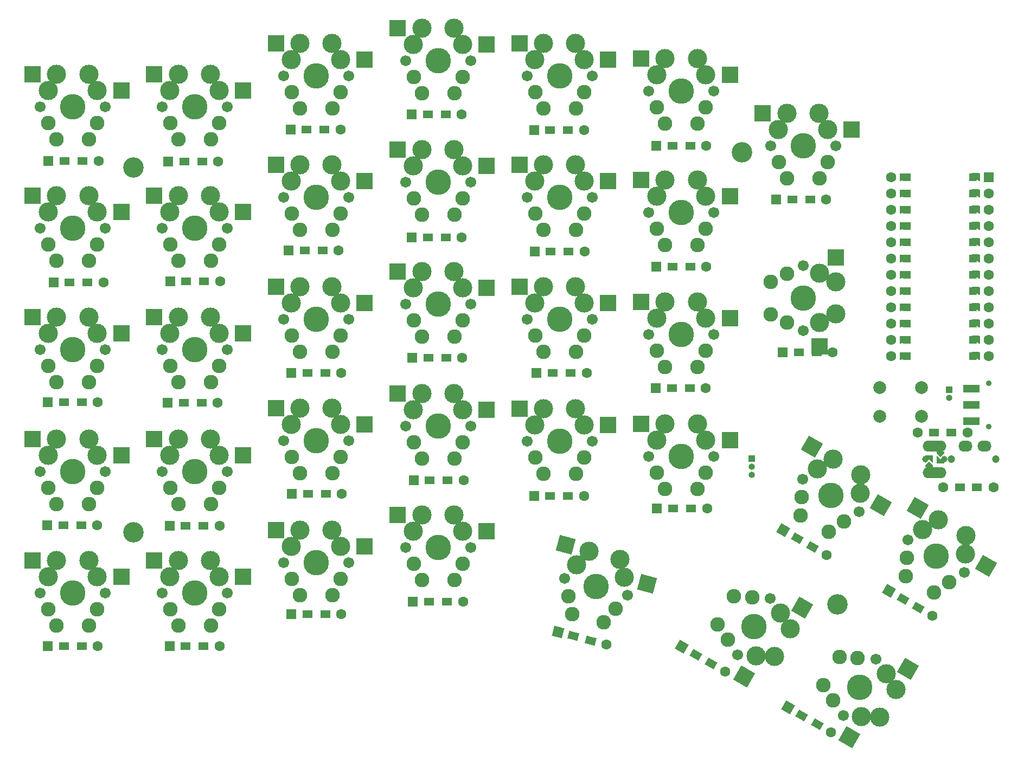
<source format=gts>
G04 #@! TF.GenerationSoftware,KiCad,Pcbnew,(6.0.11)*
G04 #@! TF.CreationDate,2023-02-13T20:58:38+01:00*
G04 #@! TF.ProjectId,retrex_rounded,6e656f64-6f78-45f7-926f-756e6465642e,1.0*
G04 #@! TF.SameCoordinates,Original*
G04 #@! TF.FileFunction,Soldermask,Top*
G04 #@! TF.FilePolarity,Negative*
%FSLAX46Y46*%
G04 Gerber Fmt 4.6, Leading zero omitted, Abs format (unit mm)*
G04 Created by KiCad (PCBNEW (6.0.11)) date 2023-02-13 20:58:38*
%MOMM*%
%LPD*%
G01*
G04 APERTURE LIST*
G04 Aperture macros list*
%AMRotRect*
0 Rectangle, with rotation*
0 The origin of the aperture is its center*
0 $1 length*
0 $2 width*
0 $3 Rotation angle, in degrees counterclockwise*
0 Add horizontal line*
21,1,$1,$2,0,0,$3*%
%AMFreePoly0*
4,1,6,0.600000,0.200000,0.000000,-0.400000,-0.600000,0.200000,-0.600000,0.400000,0.600000,0.400000,0.600000,0.200000,0.600000,0.200000,$1*%
%AMFreePoly1*
4,1,6,0.600000,-0.250000,-0.600000,-0.250000,-0.600000,1.000000,0.000000,0.400000,0.600000,1.000000,0.600000,-0.250000,0.600000,-0.250000,$1*%
%AMFreePoly2*
4,1,6,0.600000,0.200000,0.000000,-0.400000,-0.600000,0.200000,-0.600000,0.500000,0.600000,0.500000,0.600000,0.200000,0.600000,0.200000,$1*%
G04 Aperture macros list end*
%ADD10C,0.100000*%
%ADD11C,3.000000*%
%ADD12C,3.987800*%
%ADD13C,1.701800*%
%ADD14C,2.286000*%
%ADD15RotRect,2.550000X2.500000X330.000000*%
%ADD16R,2.550000X2.500000*%
%ADD17R,1.600000X1.200000*%
%ADD18R,1.600000X1.600000*%
%ADD19C,1.600000*%
%ADD20RotRect,1.600000X1.600000X150.000000*%
%ADD21RotRect,1.600000X1.200000X150.000000*%
%ADD22FreePoly0,270.000000*%
%ADD23FreePoly0,90.000000*%
%ADD24FreePoly1,90.000000*%
%ADD25FreePoly1,270.000000*%
%ADD26C,0.900000*%
%ADD27R,2.500000X1.250000*%
%ADD28R,2.500000X2.550000*%
%ADD29R,1.000000X1.000000*%
%ADD30O,1.000000X1.000000*%
%ADD31RotRect,2.550000X2.500000X240.000000*%
%ADD32RotRect,2.550000X2.500000X345.000000*%
%ADD33C,2.000000*%
%ADD34C,3.200000*%
%ADD35R,1.500000X1.200000*%
%ADD36C,1.200000*%
%ADD37FreePoly2,0.000000*%
%ADD38O,3.700000X1.700000*%
%ADD39FreePoly2,180.000000*%
%ADD40FreePoly1,0.000000*%
%ADD41C,1.000000*%
%ADD42O,2.200000X1.700000*%
%ADD43FreePoly1,180.000000*%
%ADD44RotRect,1.600000X1.600000X165.000000*%
%ADD45RotRect,1.600000X1.200000X165.000000*%
G04 APERTURE END LIST*
G36*
X197594500Y-76377500D02*
G01*
X196578500Y-76377500D01*
X196578500Y-75361500D01*
X197594500Y-75361500D01*
X197594500Y-76377500D01*
G37*
D10*
X197594500Y-76377500D02*
X196578500Y-76377500D01*
X196578500Y-75361500D01*
X197594500Y-75361500D01*
X197594500Y-76377500D01*
G36*
X197594500Y-78917500D02*
G01*
X196578500Y-78917500D01*
X196578500Y-77901500D01*
X197594500Y-77901500D01*
X197594500Y-78917500D01*
G37*
X197594500Y-78917500D02*
X196578500Y-78917500D01*
X196578500Y-77901500D01*
X197594500Y-77901500D01*
X197594500Y-78917500D01*
G36*
X197594500Y-71297500D02*
G01*
X196578500Y-71297500D01*
X196578500Y-70281500D01*
X197594500Y-70281500D01*
X197594500Y-71297500D01*
G37*
X197594500Y-71297500D02*
X196578500Y-71297500D01*
X196578500Y-70281500D01*
X197594500Y-70281500D01*
X197594500Y-71297500D01*
G36*
X197594500Y-61137500D02*
G01*
X196578500Y-61137500D01*
X196578500Y-60121500D01*
X197594500Y-60121500D01*
X197594500Y-61137500D01*
G37*
X197594500Y-61137500D02*
X196578500Y-61137500D01*
X196578500Y-60121500D01*
X197594500Y-60121500D01*
X197594500Y-61137500D01*
G36*
X186494500Y-58677500D02*
G01*
X185478500Y-58677500D01*
X185478500Y-57661500D01*
X186494500Y-57661500D01*
X186494500Y-58677500D01*
G37*
X186494500Y-58677500D02*
X185478500Y-58677500D01*
X185478500Y-57661500D01*
X186494500Y-57661500D01*
X186494500Y-58677500D01*
G36*
X186494500Y-78997500D02*
G01*
X185478500Y-78997500D01*
X185478500Y-77981500D01*
X186494500Y-77981500D01*
X186494500Y-78997500D01*
G37*
X186494500Y-78997500D02*
X185478500Y-78997500D01*
X185478500Y-77981500D01*
X186494500Y-77981500D01*
X186494500Y-78997500D01*
G36*
X197594500Y-81457500D02*
G01*
X196578500Y-81457500D01*
X196578500Y-80441500D01*
X197594500Y-80441500D01*
X197594500Y-81457500D01*
G37*
X197594500Y-81457500D02*
X196578500Y-81457500D01*
X196578500Y-80441500D01*
X197594500Y-80441500D01*
X197594500Y-81457500D01*
G36*
X186494500Y-76457500D02*
G01*
X185478500Y-76457500D01*
X185478500Y-75441500D01*
X186494500Y-75441500D01*
X186494500Y-76457500D01*
G37*
X186494500Y-76457500D02*
X185478500Y-76457500D01*
X185478500Y-75441500D01*
X186494500Y-75441500D01*
X186494500Y-76457500D01*
G36*
X186494500Y-66297500D02*
G01*
X185478500Y-66297500D01*
X185478500Y-65281500D01*
X186494500Y-65281500D01*
X186494500Y-66297500D01*
G37*
X186494500Y-66297500D02*
X185478500Y-66297500D01*
X185478500Y-65281500D01*
X186494500Y-65281500D01*
X186494500Y-66297500D01*
G36*
X186494500Y-63757500D02*
G01*
X185478500Y-63757500D01*
X185478500Y-62741500D01*
X186494500Y-62741500D01*
X186494500Y-63757500D01*
G37*
X186494500Y-63757500D02*
X185478500Y-63757500D01*
X185478500Y-62741500D01*
X186494500Y-62741500D01*
X186494500Y-63757500D01*
G36*
X197594500Y-66217500D02*
G01*
X196578500Y-66217500D01*
X196578500Y-65201500D01*
X197594500Y-65201500D01*
X197594500Y-66217500D01*
G37*
X197594500Y-66217500D02*
X196578500Y-66217500D01*
X196578500Y-65201500D01*
X197594500Y-65201500D01*
X197594500Y-66217500D01*
G36*
X197594500Y-58597500D02*
G01*
X196578500Y-58597500D01*
X196578500Y-57581500D01*
X197594500Y-57581500D01*
X197594500Y-58597500D01*
G37*
X197594500Y-58597500D02*
X196578500Y-58597500D01*
X196578500Y-57581500D01*
X197594500Y-57581500D01*
X197594500Y-58597500D01*
G36*
X186494500Y-61217500D02*
G01*
X185478500Y-61217500D01*
X185478500Y-60201500D01*
X186494500Y-60201500D01*
X186494500Y-61217500D01*
G37*
X186494500Y-61217500D02*
X185478500Y-61217500D01*
X185478500Y-60201500D01*
X186494500Y-60201500D01*
X186494500Y-61217500D01*
G36*
X186494500Y-56137500D02*
G01*
X185478500Y-56137500D01*
X185478500Y-55121500D01*
X186494500Y-55121500D01*
X186494500Y-56137500D01*
G37*
X186494500Y-56137500D02*
X185478500Y-56137500D01*
X185478500Y-55121500D01*
X186494500Y-55121500D01*
X186494500Y-56137500D01*
G36*
X197594500Y-56057500D02*
G01*
X196578500Y-56057500D01*
X196578500Y-55041500D01*
X197594500Y-55041500D01*
X197594500Y-56057500D01*
G37*
X197594500Y-56057500D02*
X196578500Y-56057500D01*
X196578500Y-55041500D01*
X197594500Y-55041500D01*
X197594500Y-56057500D01*
G36*
X197594500Y-73837500D02*
G01*
X196578500Y-73837500D01*
X196578500Y-72821500D01*
X197594500Y-72821500D01*
X197594500Y-73837500D01*
G37*
X197594500Y-73837500D02*
X196578500Y-73837500D01*
X196578500Y-72821500D01*
X197594500Y-72821500D01*
X197594500Y-73837500D01*
G36*
X186494500Y-71377500D02*
G01*
X185478500Y-71377500D01*
X185478500Y-70361500D01*
X186494500Y-70361500D01*
X186494500Y-71377500D01*
G37*
X186494500Y-71377500D02*
X185478500Y-71377500D01*
X185478500Y-70361500D01*
X186494500Y-70361500D01*
X186494500Y-71377500D01*
G36*
X186494500Y-53597500D02*
G01*
X185478500Y-53597500D01*
X185478500Y-52581500D01*
X186494500Y-52581500D01*
X186494500Y-53597500D01*
G37*
X186494500Y-53597500D02*
X185478500Y-53597500D01*
X185478500Y-52581500D01*
X186494500Y-52581500D01*
X186494500Y-53597500D01*
G36*
X186494500Y-68837500D02*
G01*
X185478500Y-68837500D01*
X185478500Y-67821500D01*
X186494500Y-67821500D01*
X186494500Y-68837500D01*
G37*
X186494500Y-68837500D02*
X185478500Y-68837500D01*
X185478500Y-67821500D01*
X186494500Y-67821500D01*
X186494500Y-68837500D01*
G36*
X186494500Y-81537500D02*
G01*
X185478500Y-81537500D01*
X185478500Y-80521500D01*
X186494500Y-80521500D01*
X186494500Y-81537500D01*
G37*
X186494500Y-81537500D02*
X185478500Y-81537500D01*
X185478500Y-80521500D01*
X186494500Y-80521500D01*
X186494500Y-81537500D01*
G36*
X197594500Y-68757500D02*
G01*
X196578500Y-68757500D01*
X196578500Y-67741500D01*
X197594500Y-67741500D01*
X197594500Y-68757500D01*
G37*
X197594500Y-68757500D02*
X196578500Y-68757500D01*
X196578500Y-67741500D01*
X197594500Y-67741500D01*
X197594500Y-68757500D01*
G36*
X197594500Y-63677500D02*
G01*
X196578500Y-63677500D01*
X196578500Y-62661500D01*
X197594500Y-62661500D01*
X197594500Y-63677500D01*
G37*
X197594500Y-63677500D02*
X196578500Y-63677500D01*
X196578500Y-62661500D01*
X197594500Y-62661500D01*
X197594500Y-63677500D01*
G36*
X197594500Y-53517500D02*
G01*
X196578500Y-53517500D01*
X196578500Y-52501500D01*
X197594500Y-52501500D01*
X197594500Y-53517500D01*
G37*
X197594500Y-53517500D02*
X196578500Y-53517500D01*
X196578500Y-52501500D01*
X197594500Y-52501500D01*
X197594500Y-53517500D01*
G36*
X186494500Y-73917500D02*
G01*
X185478500Y-73917500D01*
X185478500Y-72901500D01*
X186494500Y-72901500D01*
X186494500Y-73917500D01*
G37*
X186494500Y-73917500D02*
X185478500Y-73917500D01*
X185478500Y-72901500D01*
X186494500Y-72901500D01*
X186494500Y-73917500D01*
D11*
X172418482Y-98665295D03*
D12*
X174500000Y-102800000D03*
D13*
X170100591Y-100260000D03*
D11*
X179069557Y-102505295D03*
D13*
X178899409Y-105340000D03*
D11*
X174840295Y-97130591D03*
X179187743Y-99640591D03*
D14*
X169930443Y-103094705D03*
D15*
X171592700Y-95255591D03*
D14*
X169760295Y-105929409D03*
X176529557Y-106904705D03*
X174159705Y-108469409D03*
D15*
X182317152Y-104380295D03*
D13*
X108120000Y-53920000D03*
D12*
X113200000Y-53920000D03*
D11*
X115680000Y-48840000D03*
D13*
X118280000Y-53920000D03*
D11*
X117010000Y-51380000D03*
X109330000Y-51380000D03*
X110660000Y-48840000D03*
D14*
X109390000Y-56460000D03*
X110660000Y-59000000D03*
D16*
X106910000Y-48840000D03*
D14*
X115740000Y-59000000D03*
X117010000Y-56460000D03*
D16*
X120760000Y-51380000D03*
D17*
X130800000Y-64700000D03*
D18*
X128300000Y-64700000D03*
D17*
X133600000Y-64700000D03*
D19*
X136100000Y-64700000D03*
D20*
X167110101Y-108250000D03*
D21*
X169275164Y-109500000D03*
D19*
X173865099Y-112150000D03*
D21*
X171700036Y-110900000D03*
D20*
X167822501Y-135950000D03*
D21*
X169987564Y-137200000D03*
X172412436Y-138600000D03*
D19*
X174577499Y-139850000D03*
D17*
X111700000Y-81300000D03*
D18*
X109200000Y-81300000D03*
D17*
X114500000Y-81300000D03*
D19*
X117000000Y-81300000D03*
X183932500Y-58197500D03*
D22*
X197394500Y-65817500D03*
D19*
X183932500Y-60737500D03*
X183932500Y-78517500D03*
D23*
X185710500Y-73437500D03*
D19*
X183932500Y-73437500D03*
X183932500Y-65817500D03*
X183932500Y-63277500D03*
X183932500Y-55657500D03*
X183932500Y-75977500D03*
D22*
X197394500Y-53117500D03*
D23*
X185710500Y-70897500D03*
D22*
X197394500Y-63277500D03*
D19*
X183932500Y-81057500D03*
X199172500Y-58197500D03*
D23*
X185710500Y-63277500D03*
D22*
X197394500Y-55657500D03*
D19*
X199172500Y-81057500D03*
X199172500Y-68357500D03*
D23*
X185710500Y-55657500D03*
D22*
X197394500Y-73437500D03*
D23*
X185710500Y-53117500D03*
D19*
X199172500Y-75977500D03*
D23*
X185710500Y-60737500D03*
X185710500Y-81057500D03*
D19*
X183932500Y-68357500D03*
D23*
X185710500Y-58197500D03*
X185710500Y-78517500D03*
D19*
X199172500Y-73437500D03*
D22*
X197394500Y-75977500D03*
D23*
X185710500Y-75977500D03*
D19*
X199172500Y-65817500D03*
X183932500Y-70897500D03*
X183932500Y-53117500D03*
X199172500Y-70897500D03*
D22*
X197394500Y-68357500D03*
X197394500Y-60737500D03*
X197394500Y-78517500D03*
X197394500Y-58197500D03*
D19*
X199172500Y-63277500D03*
D23*
X185710500Y-65817500D03*
D18*
X199172500Y-53117500D03*
D19*
X199172500Y-60737500D03*
D22*
X197394500Y-70897500D03*
D19*
X199172500Y-78517500D03*
X199172500Y-55657500D03*
D22*
X197394500Y-81057500D03*
D23*
X185710500Y-68357500D03*
D19*
X199172500Y-53117500D03*
D24*
X186726500Y-53117500D03*
X186726500Y-55657500D03*
X186726500Y-58197500D03*
X186726500Y-60737500D03*
X186726500Y-63277500D03*
X186726500Y-65817500D03*
X186726500Y-68357500D03*
X186726500Y-70897500D03*
X186726500Y-73437500D03*
X186726500Y-75977500D03*
X186726500Y-78517500D03*
X186726500Y-81057500D03*
D25*
X196378500Y-81057500D03*
X196378500Y-78517500D03*
X196378500Y-75977500D03*
X196378500Y-73437500D03*
X196378500Y-70897500D03*
X196378500Y-68357500D03*
X196378500Y-65817500D03*
X196378500Y-63277500D03*
X196378500Y-60737500D03*
X196378500Y-58197500D03*
X196378500Y-55657500D03*
X196378500Y-53117500D03*
D17*
X111600000Y-43300000D03*
D18*
X109100000Y-43300000D03*
D19*
X116900000Y-43300000D03*
D17*
X114400000Y-43300000D03*
D11*
X90330000Y-91760000D03*
D12*
X94200000Y-94300000D03*
D13*
X99280000Y-94300000D03*
D11*
X98010000Y-91760000D03*
X91660000Y-89220000D03*
X96680000Y-89220000D03*
D13*
X89120000Y-94300000D03*
D14*
X91660000Y-99380000D03*
X90390000Y-96840000D03*
D16*
X87910000Y-89220000D03*
X101760000Y-91760000D03*
D14*
X96740000Y-99380000D03*
X98010000Y-96840000D03*
D11*
X72660000Y-56020000D03*
X79010000Y-58560000D03*
D12*
X75200000Y-61100000D03*
D13*
X70120000Y-61100000D03*
X80280000Y-61100000D03*
D11*
X77680000Y-56020000D03*
X71330000Y-58560000D03*
D14*
X71390000Y-63640000D03*
X72660000Y-66180000D03*
D16*
X68910000Y-56020000D03*
D14*
X77740000Y-66180000D03*
D16*
X82760000Y-58560000D03*
D14*
X79010000Y-63640000D03*
D18*
X128200000Y-102900000D03*
D17*
X130700000Y-102900000D03*
X133500000Y-102900000D03*
D19*
X136000000Y-102900000D03*
D18*
X52300000Y-88300000D03*
D17*
X54800000Y-88300000D03*
X57600000Y-88300000D03*
D19*
X60100000Y-88300000D03*
D12*
X132200000Y-75300000D03*
D11*
X134680000Y-70220000D03*
X129660000Y-70220000D03*
D13*
X127120000Y-75300000D03*
X137280000Y-75300000D03*
D11*
X128330000Y-72760000D03*
X136010000Y-72760000D03*
D14*
X128390000Y-77840000D03*
X129660000Y-80380000D03*
D16*
X125910000Y-70220000D03*
D14*
X136010000Y-77840000D03*
X134740000Y-80380000D03*
D16*
X139760000Y-72760000D03*
D26*
X199200000Y-85300000D03*
X199200000Y-92100000D03*
D27*
X196450000Y-91200000D03*
X196450000Y-88700000D03*
X196450000Y-86200000D03*
D13*
X170200000Y-77080000D03*
X170200000Y-66920000D03*
D11*
X175280000Y-69460000D03*
D12*
X170200000Y-72000000D03*
D11*
X172740000Y-75810000D03*
X172740000Y-68130000D03*
X175280000Y-74480000D03*
D28*
X175280000Y-65710000D03*
D14*
X165120000Y-69460000D03*
X167660000Y-68190000D03*
D28*
X172740000Y-79560000D03*
D14*
X167660000Y-75810000D03*
X165120000Y-74540000D03*
D11*
X191294795Y-106630591D03*
D13*
X186555091Y-109760000D03*
X195353909Y-114840000D03*
D11*
X188872982Y-108165295D03*
D12*
X190954500Y-112300000D03*
D11*
X195642243Y-109140591D03*
X195524057Y-112005295D03*
D15*
X188047200Y-104755591D03*
D14*
X186384943Y-112594705D03*
X186214795Y-115429409D03*
D15*
X198771652Y-113880295D03*
D14*
X192984057Y-116404705D03*
X190614205Y-117969409D03*
D17*
X149900000Y-104900000D03*
D18*
X147400000Y-104900000D03*
D17*
X152700000Y-104900000D03*
D19*
X155200000Y-104900000D03*
D11*
X148660000Y-91620000D03*
X147330000Y-94160000D03*
D13*
X156280000Y-96700000D03*
X146120000Y-96700000D03*
D11*
X153680000Y-91620000D03*
D12*
X151200000Y-96700000D03*
D11*
X155010000Y-94160000D03*
D16*
X144910000Y-91620000D03*
D14*
X147390000Y-99240000D03*
X148660000Y-101780000D03*
X153740000Y-101780000D03*
X155010000Y-99240000D03*
D16*
X158760000Y-94160000D03*
D17*
X73500000Y-88400000D03*
D18*
X71000000Y-88400000D03*
D17*
X76300000Y-88400000D03*
D19*
X78800000Y-88400000D03*
D17*
X73792900Y-126400000D03*
D18*
X71292900Y-126400000D03*
D17*
X76592900Y-126400000D03*
D19*
X79092900Y-126400000D03*
D21*
X153430164Y-127700000D03*
D20*
X151265101Y-126450000D03*
D21*
X155855036Y-129100000D03*
D19*
X158020099Y-130350000D03*
D11*
X60010000Y-39560000D03*
D12*
X56200000Y-42100000D03*
D11*
X58680000Y-37020000D03*
X52330000Y-39560000D03*
X53660000Y-37020000D03*
D13*
X61280000Y-42100000D03*
X51120000Y-42100000D03*
D14*
X52390000Y-44640000D03*
X53660000Y-47180000D03*
D16*
X49910000Y-37020000D03*
X63760000Y-39560000D03*
D14*
X60010000Y-44640000D03*
X58740000Y-47180000D03*
D12*
X132200000Y-56280000D03*
D11*
X134680000Y-51200000D03*
D13*
X137280000Y-56280000D03*
X127120000Y-56280000D03*
D11*
X129660000Y-51200000D03*
X128330000Y-53740000D03*
X136010000Y-53740000D03*
D14*
X128390000Y-58820000D03*
D16*
X125910000Y-51200000D03*
D14*
X129660000Y-61360000D03*
X134740000Y-61360000D03*
D16*
X139760000Y-53740000D03*
D14*
X136010000Y-58820000D03*
D18*
X109100000Y-62500000D03*
D17*
X111600000Y-62500000D03*
X114400000Y-62500000D03*
D19*
X116900000Y-62500000D03*
D17*
X73600000Y-50700000D03*
D18*
X71100000Y-50700000D03*
D19*
X78900000Y-50700000D03*
D17*
X76400000Y-50700000D03*
D11*
X172680000Y-43120000D03*
D13*
X165120000Y-48200000D03*
D11*
X167660000Y-43120000D03*
X166330000Y-45660000D03*
D12*
X170200000Y-48200000D03*
D11*
X174010000Y-45660000D03*
D13*
X175280000Y-48200000D03*
D14*
X167660000Y-53280000D03*
X166390000Y-50740000D03*
D16*
X163910000Y-43120000D03*
D14*
X172740000Y-53280000D03*
D16*
X177760000Y-45660000D03*
D14*
X174010000Y-50740000D03*
D12*
X56200000Y-80100000D03*
D13*
X61280000Y-80100000D03*
D11*
X53660000Y-75020000D03*
X60010000Y-77560000D03*
X52330000Y-77560000D03*
X58680000Y-75020000D03*
D13*
X51120000Y-80100000D03*
D16*
X49910000Y-75020000D03*
D14*
X52390000Y-82640000D03*
X53660000Y-85180000D03*
X60010000Y-82640000D03*
X58740000Y-85180000D03*
D16*
X63760000Y-77560000D03*
D18*
X167000000Y-80500000D03*
D17*
X169500000Y-80500000D03*
D19*
X174800000Y-80500000D03*
D17*
X172300000Y-80500000D03*
X73800000Y-107600000D03*
D18*
X71300000Y-107600000D03*
D17*
X76600000Y-107600000D03*
D19*
X79100000Y-107600000D03*
D29*
X193000000Y-86350000D03*
D30*
X193000000Y-87620000D03*
D11*
X134680000Y-89300000D03*
X128330000Y-91840000D03*
D13*
X127120000Y-94380000D03*
D12*
X132200000Y-94380000D03*
D13*
X137280000Y-94380000D03*
D11*
X136010000Y-91840000D03*
X129660000Y-89300000D03*
D16*
X125910000Y-89300000D03*
D14*
X128390000Y-96920000D03*
X129660000Y-99460000D03*
X136010000Y-96920000D03*
D16*
X139760000Y-91840000D03*
D14*
X134740000Y-99460000D03*
D11*
X166671605Y-121213482D03*
X168206309Y-123635295D03*
D13*
X159996900Y-127694409D03*
D11*
X162831605Y-127864557D03*
D13*
X165076900Y-118895591D03*
D11*
X165696309Y-127982743D03*
D12*
X162536900Y-123295000D03*
D14*
X159407491Y-118555295D03*
D31*
X170081309Y-120387700D03*
D14*
X162242195Y-118725443D03*
X156867491Y-122954705D03*
D31*
X160956605Y-131112152D03*
D14*
X158432195Y-125324557D03*
D11*
X109330000Y-32360000D03*
D12*
X113200000Y-34900000D03*
D13*
X108120000Y-34900000D03*
D11*
X110660000Y-29820000D03*
D13*
X118280000Y-34900000D03*
D11*
X115680000Y-29820000D03*
X117010000Y-32360000D03*
D14*
X110660000Y-39980000D03*
D16*
X106910000Y-29820000D03*
D14*
X109390000Y-37440000D03*
X115740000Y-39980000D03*
X117010000Y-37440000D03*
D16*
X120760000Y-32360000D03*
D29*
X162200000Y-97060000D03*
D30*
X162200000Y-98330000D03*
X162200000Y-99600000D03*
D20*
X183610101Y-117750000D03*
D21*
X185775164Y-119000000D03*
X188200036Y-120400000D03*
D19*
X190365099Y-121650000D03*
D17*
X92792900Y-121400000D03*
D18*
X90292900Y-121400000D03*
D17*
X95592900Y-121400000D03*
D19*
X98092900Y-121400000D03*
D17*
X131100000Y-83700000D03*
D18*
X128600000Y-83700000D03*
D17*
X133900000Y-83700000D03*
D19*
X136400000Y-83700000D03*
D17*
X73900000Y-69400000D03*
D18*
X71400000Y-69400000D03*
D17*
X76700000Y-69400000D03*
D19*
X79200000Y-69400000D03*
D11*
X71330000Y-96560000D03*
X79010000Y-96560000D03*
X77680000Y-94020000D03*
X72660000Y-94020000D03*
D13*
X80280000Y-99100000D03*
D12*
X75200000Y-99100000D03*
D13*
X70120000Y-99100000D03*
D14*
X71390000Y-101640000D03*
X72660000Y-104180000D03*
D16*
X68910000Y-94020000D03*
X82760000Y-96560000D03*
D14*
X79010000Y-101640000D03*
X77740000Y-104180000D03*
D11*
X96680000Y-108220000D03*
X91660000Y-108220000D03*
D13*
X89120000Y-113300000D03*
D12*
X94200000Y-113300000D03*
D11*
X98010000Y-110760000D03*
X90330000Y-110760000D03*
D13*
X99280000Y-113300000D03*
D14*
X90390000Y-115840000D03*
D16*
X87910000Y-108220000D03*
D14*
X91660000Y-118380000D03*
D16*
X101760000Y-110760000D03*
D14*
X98010000Y-115840000D03*
X96740000Y-118380000D03*
D17*
X55700000Y-69600000D03*
D18*
X53200000Y-69600000D03*
D19*
X61000000Y-69600000D03*
D17*
X58500000Y-69600000D03*
D11*
X72660000Y-37020000D03*
X79010000Y-39560000D03*
X71330000Y-39560000D03*
X77680000Y-37020000D03*
D13*
X80280000Y-42100000D03*
D12*
X75200000Y-42100000D03*
D13*
X70120000Y-42100000D03*
D14*
X72660000Y-47180000D03*
D16*
X68910000Y-37020000D03*
D14*
X71390000Y-44640000D03*
X77740000Y-47180000D03*
X79010000Y-44640000D03*
D16*
X82760000Y-39560000D03*
D18*
X147200000Y-86100000D03*
D17*
X149700000Y-86100000D03*
D19*
X155000000Y-86100000D03*
D17*
X152500000Y-86100000D03*
D11*
X148660000Y-72620000D03*
X153680000Y-72620000D03*
X147330000Y-75160000D03*
D13*
X156280000Y-77700000D03*
D12*
X151200000Y-77700000D03*
D13*
X146120000Y-77700000D03*
D11*
X155010000Y-75160000D03*
D14*
X147390000Y-80240000D03*
D16*
X144910000Y-72620000D03*
D14*
X148660000Y-82780000D03*
D16*
X158760000Y-75160000D03*
D14*
X153740000Y-82780000D03*
X155010000Y-80240000D03*
D18*
X109292900Y-119400000D03*
D17*
X111792900Y-119400000D03*
D19*
X117092900Y-119400000D03*
D17*
X114592900Y-119400000D03*
D11*
X141610297Y-112834968D03*
D13*
X132993097Y-115785199D03*
D11*
X142237578Y-115632649D03*
X136761349Y-111535696D03*
X134819267Y-113644919D03*
D13*
X142806903Y-118414801D03*
D12*
X137900000Y-117100000D03*
D32*
X133139127Y-110565125D03*
D14*
X134131748Y-121349503D03*
X133562422Y-118567351D03*
X140922777Y-120539552D03*
D32*
X145859800Y-116603220D03*
D14*
X139038651Y-122664304D03*
D11*
X60010000Y-96560000D03*
X58680000Y-94020000D03*
X53660000Y-94020000D03*
D12*
X56200000Y-99100000D03*
D13*
X61280000Y-99100000D03*
X51120000Y-99100000D03*
D11*
X52330000Y-96560000D03*
D16*
X49910000Y-94020000D03*
D14*
X52390000Y-101640000D03*
X53660000Y-104180000D03*
D16*
X63760000Y-96560000D03*
D14*
X60010000Y-101640000D03*
X58740000Y-104180000D03*
D11*
X96680000Y-70220000D03*
D13*
X99280000Y-75300000D03*
D11*
X98010000Y-72760000D03*
X90330000Y-72760000D03*
D13*
X89120000Y-75300000D03*
D12*
X94200000Y-75300000D03*
D11*
X91660000Y-70220000D03*
D14*
X91660000Y-80380000D03*
X90390000Y-77840000D03*
D16*
X87910000Y-70220000D03*
D14*
X98010000Y-77840000D03*
X96740000Y-80380000D03*
D16*
X101760000Y-72760000D03*
D13*
X137280000Y-37280000D03*
D11*
X134680000Y-32200000D03*
X128330000Y-34740000D03*
D12*
X132200000Y-37280000D03*
D11*
X129660000Y-32200000D03*
D13*
X127120000Y-37280000D03*
D11*
X136010000Y-34740000D03*
D14*
X128390000Y-39820000D03*
X129660000Y-42360000D03*
D16*
X125910000Y-32200000D03*
D14*
X134740000Y-42360000D03*
D16*
X139760000Y-34740000D03*
D14*
X136010000Y-39820000D03*
D33*
X188650000Y-85950000D03*
X182150000Y-85950000D03*
X188650000Y-90450000D03*
X182150000Y-90450000D03*
D18*
X52200000Y-107500000D03*
D17*
X54700000Y-107500000D03*
D19*
X60000000Y-107500000D03*
D17*
X57500000Y-107500000D03*
X54800000Y-126400000D03*
D18*
X52300000Y-126400000D03*
D19*
X60100000Y-126400000D03*
D17*
X57600000Y-126400000D03*
D18*
X147300000Y-67100000D03*
D17*
X149800000Y-67100000D03*
D19*
X155100000Y-67100000D03*
D17*
X152600000Y-67100000D03*
D34*
X175563300Y-119831700D03*
D11*
X155010000Y-37160000D03*
X153680000Y-34620000D03*
X148660000Y-34620000D03*
X147330000Y-37160000D03*
D12*
X151200000Y-39700000D03*
D13*
X156280000Y-39700000D03*
X146120000Y-39700000D03*
D14*
X147390000Y-42240000D03*
X148660000Y-44780000D03*
D16*
X144910000Y-34620000D03*
D14*
X153740000Y-44780000D03*
D16*
X158760000Y-37160000D03*
D14*
X155010000Y-42240000D03*
D18*
X166000000Y-56600000D03*
D17*
X168500000Y-56600000D03*
D19*
X173800000Y-56600000D03*
D17*
X171300000Y-56600000D03*
D19*
X199900000Y-101600000D03*
D35*
X197350000Y-101600000D03*
D19*
X192100000Y-101600000D03*
D35*
X194650000Y-101600000D03*
D11*
X115680000Y-86920000D03*
D13*
X118280000Y-92000000D03*
D11*
X109330000Y-89460000D03*
X110660000Y-86920000D03*
D12*
X113200000Y-92000000D03*
D11*
X117010000Y-89460000D03*
D13*
X108120000Y-92000000D03*
D14*
X110660000Y-97080000D03*
X109390000Y-94540000D03*
D16*
X106910000Y-86920000D03*
D14*
X117010000Y-94540000D03*
X115740000Y-97080000D03*
D16*
X120760000Y-89460000D03*
D34*
X65687900Y-51587100D03*
D18*
X109400000Y-100500000D03*
D17*
X111900000Y-100500000D03*
D19*
X117200000Y-100500000D03*
D17*
X114700000Y-100500000D03*
D34*
X160687900Y-49212100D03*
D11*
X91660000Y-32220000D03*
D13*
X99280000Y-37300000D03*
X89120000Y-37300000D03*
D11*
X98010000Y-34760000D03*
X90330000Y-34760000D03*
X96680000Y-32220000D03*
D12*
X94200000Y-37300000D03*
D14*
X90390000Y-39840000D03*
X91660000Y-42380000D03*
D16*
X87910000Y-32220000D03*
D14*
X98010000Y-39840000D03*
X96740000Y-42380000D03*
D16*
X101760000Y-34760000D03*
D11*
X58680000Y-56020000D03*
D12*
X56200000Y-61100000D03*
D11*
X52330000Y-58560000D03*
D13*
X51120000Y-61100000D03*
D11*
X60010000Y-58560000D03*
D13*
X61280000Y-61100000D03*
D11*
X53660000Y-56020000D03*
D14*
X52390000Y-63640000D03*
D16*
X49910000Y-56020000D03*
D14*
X53660000Y-66180000D03*
X60010000Y-63640000D03*
X58740000Y-66180000D03*
D16*
X63760000Y-58560000D03*
D36*
X200294000Y-97200000D03*
X193294000Y-97200000D03*
X200294000Y-97200000D03*
D37*
X191634000Y-96500000D03*
D38*
X190744000Y-95100000D03*
D39*
X189856000Y-97900000D03*
D38*
X190744000Y-99300000D03*
D36*
X193294000Y-97200000D03*
D40*
X191634000Y-97600000D03*
D41*
X192194000Y-97200000D03*
D42*
X195494000Y-95100000D03*
X198494000Y-95100000D03*
D41*
X189256000Y-97200000D03*
D43*
X189856000Y-96800000D03*
D11*
X148660000Y-53580000D03*
X147330000Y-56120000D03*
X153680000Y-53580000D03*
D13*
X146120000Y-58660000D03*
D11*
X155010000Y-56120000D03*
D12*
X151200000Y-58660000D03*
D13*
X156280000Y-58660000D03*
D14*
X148660000Y-63740000D03*
X147390000Y-61200000D03*
D16*
X144910000Y-53580000D03*
D14*
X155010000Y-61200000D03*
D16*
X158760000Y-56120000D03*
D14*
X153740000Y-63740000D03*
D18*
X90200000Y-45700000D03*
D17*
X92700000Y-45700000D03*
D19*
X98000000Y-45700000D03*
D17*
X95500000Y-45700000D03*
D44*
X131932889Y-124140606D03*
D45*
X134347704Y-124787653D03*
D19*
X139467111Y-126159394D03*
D45*
X137052296Y-125512347D03*
D13*
X80280000Y-80100000D03*
D11*
X79010000Y-77560000D03*
X72660000Y-75020000D03*
X71330000Y-77560000D03*
D12*
X75200000Y-80100000D03*
D13*
X70120000Y-80100000D03*
D11*
X77680000Y-75020000D03*
D14*
X71390000Y-82640000D03*
X72660000Y-85180000D03*
D16*
X68910000Y-75020000D03*
D14*
X77740000Y-85180000D03*
D16*
X82760000Y-77560000D03*
D14*
X79010000Y-82640000D03*
D18*
X128200000Y-45800000D03*
D17*
X130700000Y-45800000D03*
D19*
X136000000Y-45800000D03*
D17*
X133500000Y-45800000D03*
X92400000Y-64600000D03*
D18*
X89900000Y-64600000D03*
D19*
X97700000Y-64600000D03*
D17*
X95200000Y-64600000D03*
X92900000Y-102600000D03*
D18*
X90400000Y-102600000D03*
D19*
X98200000Y-102600000D03*
D17*
X95700000Y-102600000D03*
X149800000Y-48200000D03*
D18*
X147300000Y-48200000D03*
D19*
X155100000Y-48200000D03*
D17*
X152600000Y-48200000D03*
D11*
X117010000Y-108460000D03*
D12*
X113200000Y-111000000D03*
D11*
X110660000Y-105920000D03*
X115680000Y-105920000D03*
D13*
X118280000Y-111000000D03*
D11*
X109330000Y-108460000D03*
D13*
X108120000Y-111000000D03*
D16*
X106910000Y-105920000D03*
D14*
X109390000Y-113540000D03*
X110660000Y-116080000D03*
D16*
X120760000Y-108460000D03*
D14*
X117010000Y-113540000D03*
X115740000Y-116080000D03*
D11*
X117010000Y-70380000D03*
X109330000Y-70380000D03*
X115680000Y-67840000D03*
D13*
X118280000Y-72920000D03*
D11*
X110660000Y-67840000D03*
D13*
X108120000Y-72920000D03*
D12*
X113200000Y-72920000D03*
D14*
X109390000Y-75460000D03*
D16*
X106910000Y-67840000D03*
D14*
X110660000Y-78000000D03*
D16*
X120760000Y-70380000D03*
D14*
X115740000Y-78000000D03*
X117010000Y-75460000D03*
D13*
X99280000Y-56300000D03*
D11*
X90330000Y-53760000D03*
D12*
X94200000Y-56300000D03*
D13*
X89120000Y-56300000D03*
D11*
X91660000Y-51220000D03*
X98010000Y-53760000D03*
X96680000Y-51220000D03*
D14*
X90390000Y-58840000D03*
D16*
X87910000Y-51220000D03*
D14*
X91660000Y-61380000D03*
D16*
X101760000Y-53760000D03*
D14*
X96740000Y-61380000D03*
X98010000Y-58840000D03*
D18*
X90300000Y-83700000D03*
D17*
X92800000Y-83700000D03*
D19*
X98100000Y-83700000D03*
D17*
X95600000Y-83700000D03*
D34*
X65697900Y-108577100D03*
D13*
X70120000Y-118100000D03*
D12*
X75200000Y-118100000D03*
D11*
X72660000Y-113020000D03*
X77680000Y-113020000D03*
X71330000Y-115560000D03*
X79010000Y-115560000D03*
D13*
X80280000Y-118100000D03*
D16*
X68910000Y-113020000D03*
D14*
X71390000Y-120640000D03*
X72660000Y-123180000D03*
X77740000Y-123180000D03*
D16*
X82760000Y-115560000D03*
D14*
X79010000Y-120640000D03*
D11*
X184669409Y-133140295D03*
D13*
X181540000Y-128400591D03*
X176460000Y-137199409D03*
D11*
X182159409Y-137487743D03*
X179294705Y-137369557D03*
D12*
X179000000Y-132800000D03*
D11*
X183134705Y-130718482D03*
D14*
X178705295Y-128230443D03*
X175870591Y-128060295D03*
D31*
X186544409Y-129892700D03*
D14*
X173330591Y-132459705D03*
X174895295Y-134829557D03*
D31*
X177419705Y-140617152D03*
D19*
X195900000Y-93000000D03*
D35*
X193350000Y-93000000D03*
D19*
X188100000Y-93000000D03*
D35*
X190650000Y-93000000D03*
D13*
X61280000Y-118100000D03*
D11*
X52330000Y-115560000D03*
X53660000Y-113020000D03*
X58680000Y-113020000D03*
D12*
X56200000Y-118100000D03*
D11*
X60010000Y-115560000D03*
D13*
X51120000Y-118100000D03*
D14*
X53660000Y-123180000D03*
D16*
X49910000Y-113020000D03*
D14*
X52390000Y-120640000D03*
X60010000Y-120640000D03*
X58740000Y-123180000D03*
D16*
X63760000Y-115560000D03*
D18*
X52400000Y-50600000D03*
D17*
X54900000Y-50600000D03*
D19*
X60200000Y-50600000D03*
D17*
X57700000Y-50600000D03*
M02*

</source>
